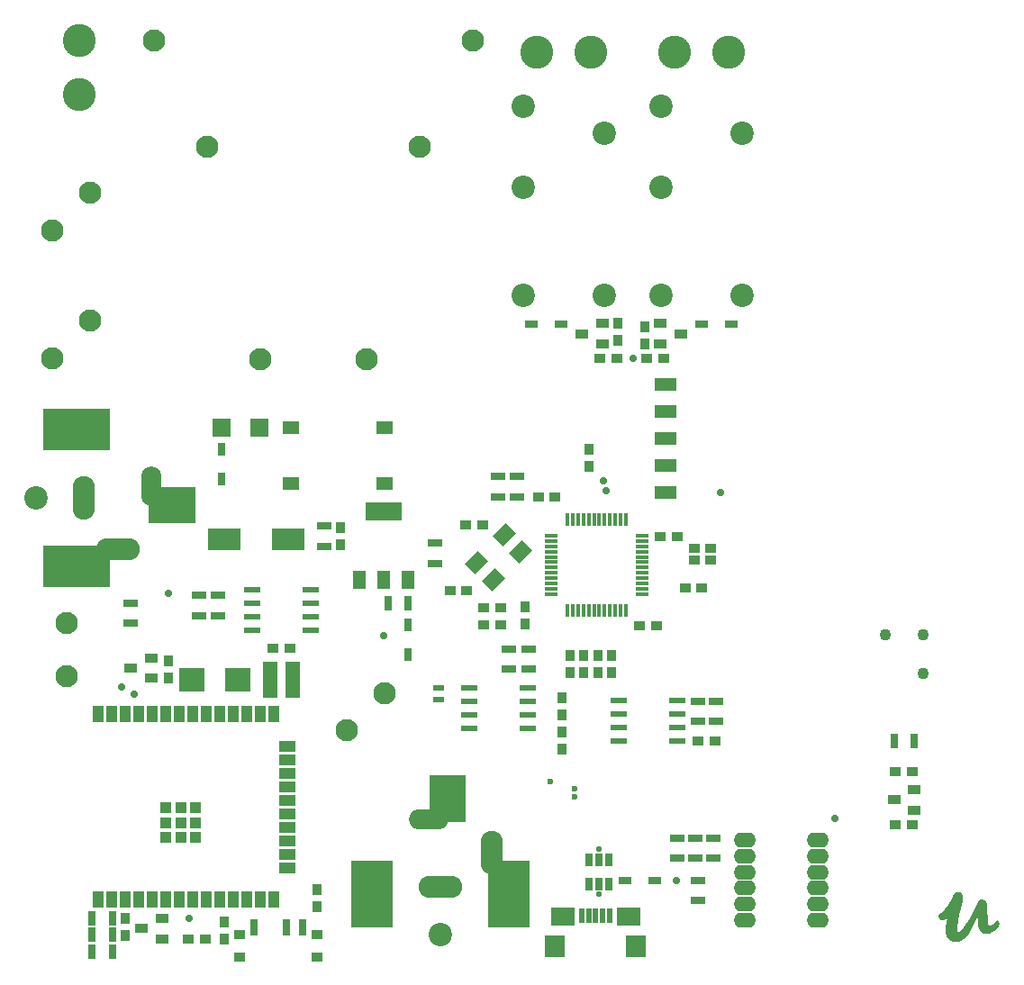
<source format=gts>
G04*
G04 #@! TF.GenerationSoftware,Altium Limited,Altium Designer,22.2.1 (43)*
G04*
G04 Layer_Color=8388736*
%FSLAX25Y25*%
%MOIN*%
G70*
G04*
G04 #@! TF.SameCoordinates,4EB9BB6F-69CC-4AE6-9B36-E95FEA1B1F0F*
G04*
G04*
G04 #@! TF.FilePolarity,Negative*
G04*
G01*
G75*
%ADD21R,0.04194X0.03494*%
%ADD22R,0.04724X0.03543*%
%ADD23R,0.03150X0.05512*%
%ADD24O,0.07284X0.05315*%
%ADD25R,0.04528X0.02559*%
%ADD26R,0.03494X0.04194*%
%ADD27R,0.08268X0.04724*%
%ADD28R,0.06299X0.02362*%
%ADD29R,0.05512X0.03150*%
%ADD30R,0.02756X0.05118*%
%ADD31R,0.08661X0.06693*%
%ADD32R,0.01968X0.05709*%
%ADD33R,0.07480X0.07874*%
%ADD34R,0.04331X0.02362*%
%ADD35R,0.06693X0.06693*%
%ADD36R,0.02559X0.04528*%
%ADD37R,0.05118X0.06693*%
%ADD38R,0.13386X0.06693*%
%ADD39R,0.13386X0.17717*%
%ADD40R,0.15748X0.24803*%
%ADD41R,0.04331X0.03543*%
%ADD42R,0.03150X0.06299*%
%ADD43R,0.06299X0.03937*%
%ADD44R,0.03937X0.06299*%
%ADD45R,0.03937X0.03937*%
%ADD46R,0.03937X0.03937*%
%ADD47R,0.05512X0.13780*%
%ADD48R,0.09252X0.08740*%
%ADD49R,0.24803X0.15748*%
%ADD50R,0.17717X0.13386*%
G04:AMPARAMS|DCode=51|XSize=66.93mil|YSize=53.15mil|CornerRadius=0mil|HoleSize=0mil|Usage=FLASHONLY|Rotation=225.000|XOffset=0mil|YOffset=0mil|HoleType=Round|Shape=Rectangle|*
%AMROTATEDRECTD51*
4,1,4,0.00487,0.04245,0.04245,0.00487,-0.00487,-0.04245,-0.04245,-0.00487,0.00487,0.04245,0.0*
%
%ADD51ROTATEDRECTD51*%

%ADD52R,0.06496X0.05118*%
%ADD53R,0.01575X0.05118*%
%ADD54R,0.05118X0.01575*%
%ADD55R,0.12205X0.08268*%
%ADD56C,0.04331*%
%ADD57O,0.08268X0.05512*%
%ADD58C,0.08268*%
%ADD59C,0.08661*%
%ADD60O,0.14567X0.07480*%
%ADD61O,0.16142X0.08268*%
%ADD62O,0.08268X0.16142*%
%ADD63C,0.00394*%
%ADD64O,0.07480X0.14567*%
%ADD65C,0.12205*%
%ADD66C,0.02756*%
%ADD67C,0.02362*%
%ADD68C,0.02165*%
G36*
X352126Y9173D02*
X352992Y9331D01*
X353622Y9606D01*
X354842Y10394D01*
X356614Y12402D01*
X358150Y14803D01*
X359795Y18205D01*
X359795Y18204D01*
X359931Y18320D01*
X360157Y14882D01*
X360591Y13740D01*
X361535Y12756D01*
X362559Y12362D01*
X364449D01*
X364882Y12480D01*
X366811Y13543D01*
X367717Y14961D01*
X367953Y15787D01*
X367874Y16614D01*
X367638Y17047D01*
X367284Y17284D01*
X367165Y17244D01*
X365354Y15748D01*
X364370Y15394D01*
X363858Y15748D01*
X363622Y17638D01*
X363543Y21142D01*
X363425Y22716D01*
X363307Y23228D01*
X362913Y24252D01*
X362402Y24764D01*
X361890Y24961D01*
X361181D01*
X360551Y24685D01*
X360039Y24055D01*
X358661Y21260D01*
X356968Y17953D01*
X354842Y14646D01*
X353386Y12874D01*
X353386Y12874D01*
X352874D01*
X352480Y13386D01*
X352297Y14524D01*
X352304Y14756D01*
X352638Y16969D01*
X353110Y19252D01*
X353740Y21693D01*
X354055Y22795D01*
X354331Y24173D01*
X354449Y25630D01*
X354331Y26339D01*
X354252Y26614D01*
X354016Y27047D01*
X353622Y27480D01*
X353097Y27673D01*
X352716Y27677D01*
X351811Y27480D01*
X351142Y26811D01*
X350433Y25197D01*
X349134Y23071D01*
X347835Y21339D01*
X346535Y19961D01*
X345433Y19173D01*
X345315Y19055D01*
Y18583D01*
X345669Y17913D01*
X346260Y17441D01*
X347480D01*
X348661Y18071D01*
X348425Y16614D01*
X348307Y16063D01*
X348110Y14882D01*
X347992Y13032D01*
X348543Y11181D01*
X349055Y10394D01*
X350157Y9488D01*
X351142Y9173D01*
X352126D01*
D02*
G37*
D21*
X335827Y52756D02*
D03*
X329527D02*
D03*
X335827Y72244D02*
D03*
X329527D02*
D03*
X226241Y225394D02*
D03*
X219941D02*
D03*
X237361D02*
D03*
X243661D02*
D03*
X262599Y83465D02*
D03*
X256299D02*
D03*
X234842Y126378D02*
D03*
X241143D02*
D03*
X251575Y140157D02*
D03*
X257875D02*
D03*
X254924Y150456D02*
D03*
X261224D02*
D03*
Y155056D02*
D03*
X254924D02*
D03*
X242519Y159449D02*
D03*
X248819D02*
D03*
X183268Y126772D02*
D03*
X176968D02*
D03*
X183268Y133071D02*
D03*
X176969D02*
D03*
X67716Y10394D02*
D03*
X74016D02*
D03*
X105473Y118087D02*
D03*
X99173D02*
D03*
X170867Y139370D02*
D03*
X164567D02*
D03*
X176772Y163779D02*
D03*
X170472D02*
D03*
X203544Y174016D02*
D03*
X197244D02*
D03*
D22*
X328957Y61811D02*
D03*
X336398Y65551D02*
D03*
Y58071D02*
D03*
X220905Y230709D02*
D03*
X213465Y234449D02*
D03*
X220905Y238189D02*
D03*
X242519Y238189D02*
D03*
X249960Y234449D02*
D03*
X242519Y230709D02*
D03*
X50492Y14134D02*
D03*
X57933Y10394D02*
D03*
Y17874D02*
D03*
X46496Y110630D02*
D03*
X53937Y106890D02*
D03*
Y114370D02*
D03*
D23*
X336417Y83465D02*
D03*
X328937D02*
D03*
X149173Y134646D02*
D03*
X141693D02*
D03*
X39567Y5512D02*
D03*
X32087D02*
D03*
X39567Y11811D02*
D03*
X32087D02*
D03*
X39567Y18110D02*
D03*
X32087D02*
D03*
D24*
X300787Y46850D02*
D03*
X273623D02*
D03*
D25*
X205768Y237849D02*
D03*
X194744D02*
D03*
X257834D02*
D03*
X268858D02*
D03*
X240551Y32087D02*
D03*
X229528D02*
D03*
D26*
X226772Y231889D02*
D03*
Y238189D02*
D03*
X236614Y237009D02*
D03*
Y230709D02*
D03*
X206102Y87008D02*
D03*
Y80708D02*
D03*
Y93169D02*
D03*
Y99469D02*
D03*
X224410Y115354D02*
D03*
Y109054D02*
D03*
X219291Y115354D02*
D03*
Y109054D02*
D03*
X214173Y115354D02*
D03*
Y109054D02*
D03*
X209055Y115355D02*
D03*
Y109055D02*
D03*
X192520Y133268D02*
D03*
Y126968D02*
D03*
X124016Y156275D02*
D03*
Y162575D02*
D03*
X115236Y28741D02*
D03*
Y22441D02*
D03*
X81102Y16536D02*
D03*
Y10236D02*
D03*
X44528Y17874D02*
D03*
Y11574D02*
D03*
X60236Y113387D02*
D03*
Y107087D02*
D03*
X215945Y185236D02*
D03*
Y191536D02*
D03*
D27*
X244488Y175669D02*
D03*
Y185669D02*
D03*
Y195669D02*
D03*
Y205669D02*
D03*
Y215669D02*
D03*
D28*
X226969Y98465D02*
D03*
Y93465D02*
D03*
Y88465D02*
D03*
X248622Y83465D02*
D03*
Y88465D02*
D03*
Y93465D02*
D03*
Y98465D02*
D03*
X226969Y83465D02*
D03*
X171850Y103169D02*
D03*
Y98169D02*
D03*
Y93169D02*
D03*
X193504Y88169D02*
D03*
Y93169D02*
D03*
Y98169D02*
D03*
Y103169D02*
D03*
X171850Y88169D02*
D03*
X113150Y124606D02*
D03*
Y129606D02*
D03*
Y134606D02*
D03*
X91496Y139606D02*
D03*
Y129606D02*
D03*
Y124606D02*
D03*
X113150Y139606D02*
D03*
X91496Y134606D02*
D03*
D29*
X263189Y98425D02*
D03*
Y90945D02*
D03*
X256496Y98425D02*
D03*
Y90945D02*
D03*
X262206Y47638D02*
D03*
Y40157D02*
D03*
X255513Y47638D02*
D03*
Y40157D02*
D03*
X248820Y47638D02*
D03*
Y40157D02*
D03*
X256299Y32087D02*
D03*
Y24606D02*
D03*
X193701Y110235D02*
D03*
Y117716D02*
D03*
X186447Y110235D02*
D03*
Y117716D02*
D03*
X118110Y155685D02*
D03*
Y163165D02*
D03*
X78701Y130118D02*
D03*
Y137598D02*
D03*
X71653Y130118D02*
D03*
Y137598D02*
D03*
X46496Y127165D02*
D03*
Y134646D02*
D03*
X159055Y156890D02*
D03*
Y149409D02*
D03*
X182283Y181496D02*
D03*
Y174016D02*
D03*
X189370Y181496D02*
D03*
Y174016D02*
D03*
D30*
X219783Y30709D02*
D03*
X223524D02*
D03*
Y39764D02*
D03*
X216043D02*
D03*
Y30709D02*
D03*
X219783Y39764D02*
D03*
D31*
X230709Y18602D02*
D03*
X206299D02*
D03*
D32*
X223622Y19094D02*
D03*
X221063D02*
D03*
X215945D02*
D03*
X218504D02*
D03*
X213386D02*
D03*
D33*
X233465Y7697D02*
D03*
X203543D02*
D03*
D34*
X160236Y103150D02*
D03*
Y98819D02*
D03*
D35*
X94095Y199602D02*
D03*
X79921D02*
D03*
D36*
Y191732D02*
D03*
Y180709D02*
D03*
X149213Y126772D02*
D03*
Y115748D02*
D03*
D37*
X149173Y143283D02*
D03*
X131063D02*
D03*
X140118D02*
D03*
D38*
Y168480D02*
D03*
D39*
X163613Y62198D02*
D03*
D40*
X135660Y26961D02*
D03*
X186447D02*
D03*
D41*
X115433Y3740D02*
D03*
X86693D02*
D03*
X115433Y12008D02*
D03*
X86693D02*
D03*
D42*
X104016Y14764D02*
D03*
X92205D02*
D03*
X109921D02*
D03*
D43*
X104449Y61732D02*
D03*
Y81732D02*
D03*
Y76732D02*
D03*
Y71732D02*
D03*
Y66732D02*
D03*
Y56732D02*
D03*
Y51732D02*
D03*
Y46732D02*
D03*
Y41732D02*
D03*
Y36732D02*
D03*
D03*
D44*
X39528Y24803D02*
D03*
X44528D02*
D03*
X49528D02*
D03*
X54528D02*
D03*
X59528D02*
D03*
X64528D02*
D03*
X69528D02*
D03*
X74528D02*
D03*
X79528D02*
D03*
X84528D02*
D03*
X89528D02*
D03*
X94528D02*
D03*
X99528D02*
D03*
X39528Y93661D02*
D03*
X44528D02*
D03*
X49528D02*
D03*
X54528D02*
D03*
X59528D02*
D03*
X64528D02*
D03*
X69528D02*
D03*
X74528D02*
D03*
X79528D02*
D03*
X84528D02*
D03*
X89528D02*
D03*
X94528D02*
D03*
X99528D02*
D03*
X34528Y24803D02*
D03*
D03*
Y93661D02*
D03*
D45*
X59449Y47874D02*
D03*
Y53346D02*
D03*
X70394Y47874D02*
D03*
Y53346D02*
D03*
X59449Y58819D02*
D03*
X70394D02*
D03*
D46*
X64921Y47874D02*
D03*
Y53346D02*
D03*
Y58819D02*
D03*
D47*
X98189Y106276D02*
D03*
X106457D02*
D03*
D48*
X86221Y106275D02*
D03*
X69016D02*
D03*
D49*
X26378Y148228D02*
D03*
Y199016D02*
D03*
D50*
X61614Y171063D02*
D03*
D51*
X180589Y143362D02*
D03*
X184765Y159787D02*
D03*
X174465Y149487D02*
D03*
X190890Y153663D02*
D03*
D52*
X105866Y199602D02*
D03*
X140512D02*
D03*
Y179090D02*
D03*
X105866D02*
D03*
D53*
X229724Y132087D02*
D03*
X225787D02*
D03*
X223819D02*
D03*
X221850D02*
D03*
X219882D02*
D03*
X217913D02*
D03*
X215945D02*
D03*
X213976D02*
D03*
X212008D02*
D03*
X210039D02*
D03*
X208071D02*
D03*
X229724Y165551D02*
D03*
X227756D02*
D03*
X225787D02*
D03*
X223819D02*
D03*
X221850D02*
D03*
X219882D02*
D03*
X217913D02*
D03*
X215945D02*
D03*
X213976D02*
D03*
X212008D02*
D03*
X208071D02*
D03*
X227756Y132087D02*
D03*
X210039Y165551D02*
D03*
D54*
X202165Y137992D02*
D03*
Y139961D02*
D03*
Y141929D02*
D03*
Y143898D02*
D03*
Y147835D02*
D03*
Y149803D02*
D03*
Y151772D02*
D03*
Y153740D02*
D03*
Y155709D02*
D03*
Y157677D02*
D03*
Y159646D02*
D03*
D03*
X235630Y137992D02*
D03*
Y139961D02*
D03*
Y141929D02*
D03*
Y143898D02*
D03*
Y145866D02*
D03*
Y147835D02*
D03*
Y149803D02*
D03*
Y151772D02*
D03*
Y153740D02*
D03*
Y155709D02*
D03*
Y159646D02*
D03*
X202165Y145866D02*
D03*
X235630Y157677D02*
D03*
D55*
X81063Y158244D02*
D03*
X104685D02*
D03*
D56*
X339764Y122835D02*
D03*
X325591D02*
D03*
X339764Y108661D02*
D03*
D57*
X300787Y46850D02*
D03*
Y40945D02*
D03*
Y35039D02*
D03*
Y29134D02*
D03*
Y23228D02*
D03*
Y17323D02*
D03*
X273623Y40945D02*
D03*
Y17323D02*
D03*
Y23228D02*
D03*
Y29134D02*
D03*
Y35039D02*
D03*
Y46850D02*
D03*
D58*
X140424Y101448D02*
D03*
X126505Y87529D02*
D03*
X22658Y107480D02*
D03*
Y127165D02*
D03*
X31369Y239243D02*
D03*
X17450Y225324D02*
D03*
X31369Y286487D02*
D03*
X17450Y272568D02*
D03*
X55118Y342913D02*
D03*
X173228D02*
D03*
X94488Y224803D02*
D03*
X133858D02*
D03*
X74803Y303543D02*
D03*
X153543D02*
D03*
D59*
X161054Y12001D02*
D03*
X11417Y173622D02*
D03*
X242874Y318465D02*
D03*
Y248465D02*
D03*
Y288465D02*
D03*
X272874Y248465D02*
D03*
X272795Y308465D02*
D03*
X191693Y318465D02*
D03*
Y248465D02*
D03*
Y288465D02*
D03*
X221693Y248465D02*
D03*
X221614Y308465D02*
D03*
D60*
X156723Y54520D02*
D03*
D61*
X161054Y29717D02*
D03*
X41732Y154724D02*
D03*
D62*
X179951Y42316D02*
D03*
X29134Y173622D02*
D03*
D63*
X106968Y7874D02*
D03*
X95157D02*
D03*
D64*
X53937Y177953D02*
D03*
D65*
X27559Y323071D02*
D03*
Y343071D02*
D03*
X196693Y338583D02*
D03*
X216693D02*
D03*
X247874D02*
D03*
X267874D02*
D03*
D66*
X307087Y55118D02*
D03*
X140157Y122638D02*
D03*
X67913Y17874D02*
D03*
X232283Y225394D02*
D03*
X43110Y103543D02*
D03*
X47638Y100787D02*
D03*
X60236Y138386D02*
D03*
X222441Y176181D02*
D03*
X221555Y179823D02*
D03*
X264685Y175669D02*
D03*
X248425Y32087D02*
D03*
D67*
X210827Y65908D02*
D03*
Y62940D02*
D03*
X201772Y68701D02*
D03*
D68*
X219783Y43626D02*
D03*
Y26847D02*
D03*
M02*

</source>
